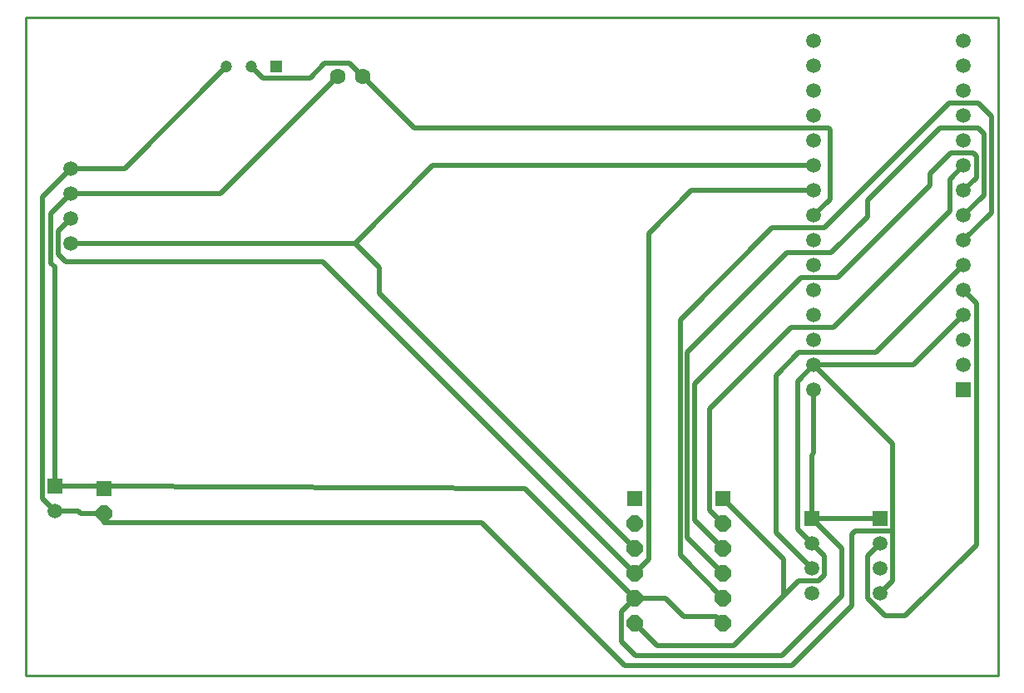
<source format=gbl>
%FSTAX23Y23*%
%MOMM*%
%SFA1B1*%

%IPPOS*%
%AMD16*
4,1,8,0.828040,0.342900,0.342900,0.828040,-0.342900,0.828040,-0.828040,0.342900,-0.828040,-0.342900,-0.342900,-0.828040,0.342900,-0.828040,0.828040,-0.342900,0.828040,0.342900,0.0*
%
%ADD10C,0.250000*%
%ADD11C,0.509999*%
%ADD12C,1.519997*%
%ADD13C,1.499997*%
%ADD14R,1.499997X1.499997*%
%ADD15R,1.649997X1.649997*%
G04~CAMADD=16~4~0.0~0.0~651.1~651.1~0.0~190.7~0~0.0~0.0~0.0~0.0~0~0.0~0.0~0.0~0.0~0~0.0~0.0~0.0~315.0~651.1~651.1*
%ADD16D16*%
%ADD17C,1.599997*%
%ADD18R,1.519997X1.519997*%
%ADD19R,1.199998X1.199998*%
%ADD20C,1.199998*%
G54D10*
X0Y0D02*
X98999D01*
X0D02*
Y66999D01*
X98999Y0D02*
Y66999D01*
X0D02*
X98999D01*
G54D11*
X60999Y00999D02*
X77999D01*
X46439Y15559D02*
X60999Y00999D01*
X07999Y15559D02*
X46439D01*
X60659Y03419D02*
Y06499D01*
Y03419D02*
X62079Y01999D01*
X76999*
X60659Y06499D02*
X61999Y07839D01*
X84059Y07059D02*
Y14369D01*
X77999Y00999D02*
X84059Y07059D01*
X76999Y01999D02*
X83089Y08089D01*
Y12909*
X94189Y53189D02*
X96479D01*
X92089Y51089D02*
X94189Y53189D01*
X92089Y49909D02*
Y51089D01*
X82669Y40489D02*
X92089Y49909D01*
X70299Y05999D02*
X70999Y05299D01*
X66999Y05999D02*
X70299D01*
X65159Y07839D02*
X66999Y05999D01*
X61999Y07839D02*
X65159D01*
X72049Y02999D02*
X77169Y08119D01*
X64299Y02999D02*
X72049D01*
X61999Y05299D02*
X64299Y02999D01*
X36019Y38899D02*
Y41529D01*
X33529Y44029D02*
X36019Y41529D01*
X33529Y44029D02*
X41419Y51919D01*
X36019Y38899D02*
X61999Y12919D01*
X07999Y19239D02*
X50839Y18999D01*
X02999Y19269D02*
X07999Y19239D01*
X88269Y09649D02*
Y14729D01*
X77169Y08119D02*
X78699Y09649D01*
X50839Y18999D02*
X61999Y07839D01*
X07999Y18999D02*
Y19239D01*
X70999Y17999D02*
X77169Y11829D01*
Y08119D02*
Y11829D01*
X79999Y13459D02*
X81259Y12199D01*
Y10179D02*
Y12199D01*
X80729Y09649D02*
X81259Y10179D01*
X78699Y09649D02*
X80729D01*
X04619Y44029D02*
X33529D01*
X41419Y51919D02*
X80239D01*
X32939Y62329D02*
X34269Y60999D01*
X30409Y62329D02*
X32939D01*
X28959Y60879D02*
X30409Y62329D01*
X24119Y60879D02*
X28959D01*
X22999Y61999D02*
X24119Y60879D01*
X04619Y49109D02*
X19839D01*
X31729Y60999*
X76359Y14559D02*
X79999Y10919D01*
X76359Y14559D02*
Y30549D01*
X78679Y32869*
X86589*
X95479Y41759*
X68129Y15789D02*
X70999Y12919D01*
X68129Y15789D02*
Y29669D01*
X78949Y40489*
X82669*
X96479Y53189D02*
X96759Y52909D01*
Y50659D02*
Y52909D01*
X95479Y49379D02*
X96759Y50659D01*
X95479Y44299D02*
X98279Y47109D01*
Y56979*
X96979Y58269D02*
X98279Y56979D01*
X93999Y58269D02*
X96979D01*
X81299Y45569D02*
X93999Y58269D01*
X75949Y45569D02*
X81299D01*
X66609Y36229D02*
X75949Y45569D01*
X66609Y12229D02*
Y36229D01*
Y12229D02*
X70999Y07839D01*
X95479Y46839D02*
X97519Y48889D01*
Y55199*
X96979Y55729D02*
X97519Y55199D01*
X93029Y55729D02*
X96979D01*
X85659Y48359D02*
X93029Y55729D01*
X85659Y46719D02*
Y48359D01*
X81969Y43029D02*
X85659Y46719D01*
X77459Y43029D02*
X81969D01*
X67369Y32939D02*
X77459Y43029D01*
X67369Y14009D02*
Y32939D01*
Y14009D02*
X70999Y10379D01*
X34269Y60999D02*
X39539Y55729D01*
X81739*
X81909Y55559*
Y48519D02*
Y55559D01*
X80239Y46839D02*
X81909Y48519D01*
X69649Y16809D02*
X70999Y15459D01*
X69649Y16809D02*
Y27159D01*
X77909Y35409*
X82209*
X94089Y47289*
Y50539*
X95479Y51919*
X02999Y19269D02*
Y41589D01*
X02589Y41999D02*
X02999Y41589D01*
X02589Y41999D02*
Y47079D01*
X04619Y49109*
X79999Y15999D02*
X83089Y12909D01*
X79999Y15999D02*
X86999D01*
X79999D02*
Y22399D01*
X80239Y22629*
Y29059*
X05609Y16459D02*
X07999D01*
X05339Y16729D02*
X05609Y16459D01*
X02999Y16729D02*
X05339D01*
X01729Y17999D02*
X02999Y16729D01*
X01729Y17999D02*
Y48759D01*
X04619Y51649*
X07999Y15559D02*
Y16459D01*
X84059Y14369D02*
X84409Y14729D01*
X88269*
Y23569*
X80239Y31599D02*
X88269Y23569D01*
X86999Y08379D02*
X88269Y09649D01*
X04619Y51649D02*
X10109D01*
X20459Y61999*
X80239Y31599D02*
X90399D01*
X95479Y36679*
X78569Y29939D02*
X80239Y31599D01*
X78569Y14889D02*
Y29939D01*
Y14889D02*
X79999Y13459D01*
X85729Y12189D02*
X86999Y13459D01*
X85729Y07819D02*
Y12189D01*
Y07819D02*
X87509Y06039D01*
X89539*
X96759Y13249*
Y37939*
X95479Y39219D02*
X96759Y37939D01*
X30219Y42159D02*
X61999Y10379D01*
X04069Y42159D02*
X30219D01*
X03349Y42879D02*
X04069Y42159D01*
X03349Y42879D02*
Y45299D01*
X04619Y46569*
X61999Y10379D02*
X63429Y11809D01*
Y45049*
X67759Y49379*
X80239*
G54D12*
X04619Y44029D03*
Y46569D03*
Y49109D03*
Y51649D03*
X95479Y59539D03*
Y56999D03*
Y54459D03*
Y51919D03*
Y49379D03*
Y46839D03*
Y44299D03*
Y41759D03*
Y39219D03*
Y36679D03*
Y34139D03*
Y31599D03*
X80239Y29059D03*
X95479Y62079D03*
Y64619D03*
X80239Y31599D03*
Y34139D03*
Y36679D03*
Y39219D03*
Y41759D03*
Y44299D03*
Y46839D03*
Y49379D03*
Y51919D03*
Y59539D03*
Y54459D03*
Y56999D03*
Y62079D03*
Y64619D03*
G54D13*
X79999Y08379D03*
Y10919D03*
Y13459D03*
X86999Y08379D03*
Y10919D03*
Y13459D03*
X02999Y16729D03*
G54D14*
X79999Y15999D03*
X86999D03*
X02999Y19269D03*
G54D15*
X70999Y17999D03*
X61999D03*
X07999Y18999D03*
G54D16*
X70999Y15459D03*
Y12919D03*
Y10379D03*
Y07839D03*
Y05299D03*
X61999D03*
Y07839D03*
Y10379D03*
Y12919D03*
Y15459D03*
X07999Y16459D03*
G54D17*
X34269Y60999D03*
X31729D03*
G54D18*
X95479Y29059D03*
G54D19*
X25539Y61999D03*
G54D20*
X22999Y61999D03*
X20459D03*
M02*
</source>
